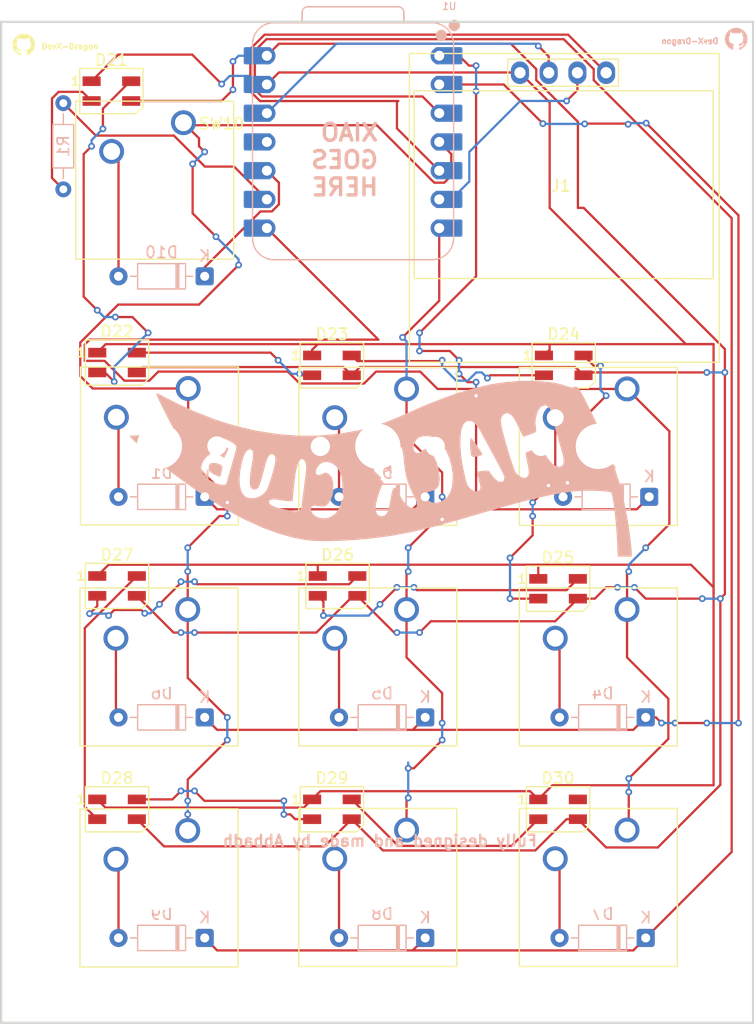
<source format=kicad_pcb>
(kicad_pcb (version 20241229) (generator "pcbnew") (generator_version "9.0")
  (layers (0 "F.Cu" signal) (2 "B.Cu" signal) (13 "F.Paste" user) (15 "B.Paste" user) (5 "F.SilkS" user "F.Silkscreen") (7 "B.SilkS" user "B.Silkscreen") (1 "F.Mask" user) (3 "B.Mask" user) (25 "Edge.Cuts" user))
  (net 0 "")
  (net 1 "GND")
  (net 2 "+5V")
  (net 3 "Net-(D1-A)")
  (net 4 "Net-(D1-K)")
  (net 5 "Net-(D2-A)")
  (net 6 "Net-(D3-A)")
  (net 7 "Net-(D4-A)")
  (net 8 "Net-(D4-K)")
  (net 9 "Net-(D5-A)")
  (net 10 "Net-(D6-A)")
  (net 11 "Net-(D7-A)")
  (net 12 "Net-(D7-K)")
  (net 13 "Net-(D8-A)")
  (net 14 "Net-(D9-A)")
  (net 15 "Net-(D10-A)")
  (net 16 "Net-(D10-K)")
  (net 17 "OLED_SDA")
  (net 18 "VCC")
  (net 19 "OLED_SCL")
  (net 20 "Net-(U1-GPIO2{slash}SCK)")
  (net 21 "Net-(U1-GPIO29{slash}ADC3{slash}A3)")
  (net 22 "Net-(U1-GPIO0{slash}TX)")
  (net 23 "Net-(U1-GPIO1{slash}RX)")
  (net 25 "LED DATA IN")
  (net 27 "Net-(D21-DOUT)")
  (net 28 "Net-(D22-DOUT)")
  (net 29 "Net-(D23-DOUT)")
  (net 30 "Net-(D24-DOUT)")
  (net 31 "Net-(D25-DOUT)")
  (net 32 "Net-(D26-DOUT)")
  (net 33 "Net-(D27-DOUT)")
  (net 34 "Net-(D28-DOUT)")
  (net 35 "Net-(D29-DOUT)")
  (footprint "LED_SMD:LED_SK6812MINI_PLCC4_3.5x3.5mm_P1.75mm" (layer "F.Cu") (at 94.75 87.125)
    (property "Reference" "D25")
    (property "Value" "SK6812MINI" (hide yes))
  )
  (footprint "Button_Switch_Keyboard:SW_Cherry_MX_1.00u_PCB" (layer "F.Cu") (at 81.35 69.46)
    (property "Reference" "SW2" (hide yes))
    (property "Value" "SW_Push")
  )
  (footprint "LED_SMD:LED_SK6812MINI_PLCC4_3.5x3.5mm_P1.75mm" (layer "F.Cu") (at 94.75 106.625)
    (property "Reference" "D30")
    (property "Value" "SK6812MINI")
  )
  (footprint "Button_Switch_Keyboard:SW_Cherry_MX_1.00u_PCB" (layer "F.Cu") (at 100.85 108.46)
    (property "Reference" "SW9" (hide yes))
    (property "Value" "SW_Push")
  )
  (footprint "Button_Switch_Keyboard:SW_Cherry_MX_1.00u_PCB" (layer "F.Cu") (at 62 108.5)
    (property "Reference" "SW7" (hide yes))
    (property "Value" "SW_Push")
  )
  (footprint "Button_Switch_Keyboard:SW_Cherry_MX_1.00u_PCB" (layer "F.Cu") (at 81.35 108.46)
    (property "Reference" "SW8" (hide yes))
    (property "Value" "SW_Push")
  )
  (footprint "Button_Switch_Keyboard:SW_Cherry_MX_1.00u_PCB" (layer "F.Cu") (at 62 88.96)
    (property "Reference" "SW4" (hide yes))
    (property "Value" "SW_Push")
  )
  (footprint "Hack Club flag:Github" (layer "F.Cu") (at 47.5 39)
    (property "Reference" "G***" (hide yes))
    (property "Value" "LOGO" (hide yes))
  )
  (footprint "LED_SMD:LED_SK6812MINI_PLCC4_3.5x3.5mm_P1.75mm" (layer "F.Cu") (at 55.75 86.875)
    (property "Reference" "D27")
    (property "Value" "SK6812MINI" (hide yes))
  )
  (footprint "LED_SMD:LED_SK6812MINI_PLCC4_3.5x3.5mm_P1.75mm" (layer "F.Cu") (at 74.75 106.625)
    (property "Reference" "D29")
    (property "Value" "SK6812MINI")
  )
  (footprint "LED_SMD:LED_SK6812MINI_PLCC4_3.5x3.5mm_P1.75mm" (layer "F.Cu") (at 74.75 67.375)
    (property "Reference" "D23")
    (property "Value" "SK6812MINI")
  )
  (footprint "LED_SMD:LED_SK6812MINI_PLCC4_3.5x3.5mm_P1.75mm" (layer "F.Cu") (at 55.75 67.125)
    (property "Reference" "D22")
    (property "Value" "SK6812MINI" (hide yes))
  )
  (footprint "LED_SMD:LED_SK6812MINI_PLCC4_3.5x3.5mm_P1.75mm" (layer "F.Cu") (at 55.25 43.125)
    (property "Reference" "D21")
    (property "Value" "SK6812MINI")
  )
  (footprint "LED_SMD:LED_SK6812MINI_PLCC4_3.5x3.5mm_P1.75mm" (layer "F.Cu") (at 75.25 86.875)
    (property "Reference" "D26")
    (property "Value" "SK6812MINI" (hide yes))
  )
  (footprint "Button_Switch_Keyboard:SW_Cherry_MX_1.00u_PCB" (layer "F.Cu") (at 100.85 69.46)
    (property "Reference" "SW3" (hide yes))
    (property "Value" "SW_Push")
  )
  (footprint "Button_Switch_Keyboard:SW_Cherry_MX_1.00u_PCB" (layer "F.Cu") (at 100.85 88.96)
    (property "Reference" "SW6" (hide yes))
    (property "Value" "SW_Push")
  )
  (footprint "0.91 OLED SSD1306:128x64OLED" (layer "F.Cu") (at 95 52.1)
    (property "Reference" "J1")
    (property "Value" "OLED")
  )
  (footprint "LED_SMD:LED_SK6812MINI_PLCC4_3.5x3.5mm_P1.75mm" (layer "F.Cu") (at 55.75 106.625)
    (property "Reference" "D28")
    (property "Value" "SK6812MINI")
  )
  (footprint "Button_Switch_Keyboard:SW_Cherry_MX_1.00u_PCB" (layer "F.Cu") (at 61.62 45.92)
    (property "Reference" "SW10")
    (property "Value" "SW_Push")
  )
  (footprint "Button_Switch_Keyboard:SW_Cherry_MX_1.00u_PCB" (layer "F.Cu") (at 81.35 88.96)
    (property "Reference" "SW5" (hide yes))
    (property "Value" "SW_Push" (hide yes))
  )
  (footprint "LED_SMD:LED_SK6812MINI_PLCC4_3.5x3.5mm_P1.75mm" (layer "F.Cu") (at 95.25 67.375)
    (property "Reference" "D24")
    (property "Value" "SK6812MINI")
  )
  (footprint "Button_Switch_Keyboard:SW_Cherry_MX_1.00u_PCB" (layer "F.Cu") (at 62.04 69.42)
    (property "Reference" "SW1" (hide yes))
    (property "Value" "SW_Push")
  )
  (footprint "Hack Club flag:Flag" (layer "B.Cu") (at 79 76.5 180)
    (property "Reference" "G***")
    (property "Value" "LOGO" (hide yes))
  )
  (footprint "Diode_THT:D_DO-35_SOD27_P7.62mm_Horizontal" (layer "B.Cu") (at 102.81 79 180)
    (property "Reference" "D3")
    (property "Value" "D")
  )
  (footprint "Diode_THT:D_DO-35_SOD27_P7.62mm_Horizontal" (layer "B.Cu") (at 102.5 118 180)
    (property "Reference" "D7")
    (property "Value" "D")
  )
  (footprint "XIAO SERIES:XIAO-RP2040-DIP" (layer "B.Cu") (at 76.62 47.62 180)
    (property "Reference" "U1")
    (property "Value" "XIAO-RP2040-DIP" (hide yes))
  )
  (footprint "Diode_THT:D_DO-35_SOD27_P7.62mm_Horizontal" (layer "B.Cu") (at 63.5 118 180)
    (property "Reference" "D9")
    (property "Value" "D")
  )
  (footprint "Diode_THT:D_DO-35_SOD27_P7.62mm_Horizontal" (layer "B.Cu") (at 83 98.5 180)
    (property "Reference" "D5")
    (property "Value" "D" (hide yes))
  )
  (footprint "Resistor_THT:R_Axial_DIN0204_L3.6mm_D1.6mm_P7.62mm_Horizontal" (layer "B.Cu") (at 51 44.19 -90)
    (property "Reference" "R1")
    (property "Value" "330")
  )
  (footprint "Diode_THT:D_DO-35_SOD27_P7.62mm_Horizontal" (layer "B.Cu") (at 63.5 59.5 180)
    (property "Reference" "D10")
    (property "Value" "D")
  )
  (footprint "Diode_THT:D_DO-35_SOD27_P7.62mm_Horizontal" (layer "B.Cu") (at 83 79 180)
    (property "Reference" "D2")
    (property "Value" "D")
  )
  (footprint "Diode_THT:D_DO-35_SOD27_P7.62mm_Horizontal" (layer "B.Cu") (at 102.5 98.5 180)
    (property "Reference" "D4")
    (property "Value" "D")
  )
  (footprint "Diode_THT:D_DO-35_SOD27_P7.62mm_Horizontal" (layer "B.Cu") (at 83 118 180)
    (property "Reference" "D8")
    (property "Value" "D")
  )
  (footprint "Diode_THT:D_DO-35_SOD27_P7.62mm_Horizontal" (layer "B.Cu") (at 63.5 98.5 180)
    (property "Reference" "D6")
    (property "Value" "D")
  )
  (footprint "Hack Club flag:Github" (layer "B.Cu") (at 110.5 38.5 180)
    (property "Reference" "G***" (hide yes))
    (property "Value" "LOGO" (hide yes))
  )
  (footprint "Diode_THT:D_DO-35_SOD27_P7.62mm_Horizontal" (layer "B.Cu") (at 63.5 79 180)
    (property "Reference" "D1")
    (property "Value" "D")
  )
  (gr_rect (start 45.5 37) (end 112 125.5) (stroke (width 0.2)) (fill no) (layer "Edge.Cuts"))
  (gr_text "DevX-Dragon" (at 49 39.464247 0) (layer "F.SilkS") (effects (font (size 0.5 0.5) (thickness 0.125) (bold yes)) (justify left bottom)))
  (gr_text "XIAO \nGOES\nHERE" (at 79 52.5 0) (layer "B.SilkS") (effects (font (size 1.5 1.5) (thickness 0.3) (bold yes)) (justify left bottom mirror)))
  (gr_text "DevX-Dragon" (at 109 39 -0) (layer "B.SilkS") (effects (font (size 0.5 0.5) (thickness 0.125) (bold yes)) (justify left bottom mirror)))
  (gr_text "Fully designed and made by Abbadh" (at 93 110 -0) (layer "B.SilkS") (effects (font (size 1 1) (thickness 0.2) (bold yes)) (justify left bottom mirror)))
  (segment (start 73 66.5) (end 73 66) (width 0.2) (layer "F.Cu") (net 1))
  (segment (start 108.5 87.5) (end 108.5 87) (width 0.2) (layer "F.Cu") (net 1))
  (segment (start 54.726 106.476) (end 54 105.75) (width 0.2) (layer "F.Cu") (net 1))
  (segment (start 70.063 41.477) (end 69 42.54) (width 0.2) (layer "F.Cu") (net 1))
  (segment (start 73 105.75) (end 73.726 105.024) (width 0.2) (layer "F.Cu") (net 1))
  (segment (start 73.5 85) (end 55 85) (width 0.2) (layer "F.Cu") (net 1))
  (segment (start 93 85) (end 73.5 85) (width 0.2) (layer "F.Cu") (net 1))
  (segment (start 108.5 87) (end 106.5 85) (width 0.2) (layer "F.Cu") (net 1))
  (segment (start 92.274 105.024) (end 93 105.75) (width 0.2) (layer "F.Cu") (net 1))
  (segment (start 94.005113 53.45) (end 94.005113 44.125113) (width 0.2) (layer "F.Cu") (net 1))
  (segment (start 108.5 65.5) (end 106.055113 65.5) (width 0.2) (layer "F.Cu") (net 1))
  (segment (start 106.055113 65.5) (end 94.005113 53.45) (width 0.2) (layer "F.Cu") (net 1))
  (segment (start 93.5 66.5) (end 94 66) (width 0.2) (layer "F.Cu") (net 1))
  (segment (start 55 85) (end 54 86) (width 0.2) (layer "F.Cu") (net 1))
  (segment (start 108.5 87.5) (end 108.5 65.5) (width 0.2) (layer "F.Cu") (net 1))
  (segment (start 108.5 65.5) (end 94 65.5) (width 0.2) (layer "F.Cu") (net 1))
  (segment (start 62.399 39.899) (end 65 42.5) (width 0.2) (layer "F.Cu") (net 1))
  (segment (start 94.005113 44.125113) (end 91.38 41.5) (width 0.2) (layer "F.Cu") (net 1))
  (segment (start 94 65.5) (end 73.5 65.5) (width 0.2) (layer "F.Cu") (net 1))
  (segment (start 73.5 86) (end 73.5 85) (width 0.2) (layer "F.Cu") (net 1))
  (segment (start 54.75 65.5) (end 54 66.25) (width 0.2) (layer "F.Cu") (net 1))
  (segment (start 106.5 85) (end 93 85) (width 0.2) (layer "F.Cu") (net 1))
  (segment (start 94.25 104.5) (end 108.5 104.5) (width 0.2) (layer "F.Cu") (net 1))
  (segment (start 93 105.75) (end 94.25 104.5) (width 0.2) (layer "F.Cu") (net 1))
  (segment (start 73.5 65.5) (end 54.75 65.5) (width 0.2) (layer "F.Cu") (net 1))
  (segment (start 53.5 42.25) (end 55.851 39.899) (width 0.2) (layer "F.Cu") (net 1))
  (segment (start 73 105.75) (end 72.274 106.476) (width 0.2) (layer "F.Cu") (net 1))
  (segment (start 73.726 105.024) (end 92.274 105.024) (width 0.2) (layer "F.Cu") (net 1))
  (segment (start 108.5 104.5) (end 108.5 87.5) (width 0.2) (layer "F.Cu") (net 1))
  (segment (start 72.274 106.476) (end 54.726 106.476) (width 0.2) (layer "F.Cu") (net 1))
  (segment (start 91.38 41.5) (end 91.357 41.477) (width 0.2) (layer "F.Cu") (net 1))
  (segment (start 94 66) (end 94 65.5) (width 0.2) (layer "F.Cu") (net 1))
  (segment (start 73 66) (end 73.5 65.5) (width 0.2) (layer "F.Cu") (net 1))
  (segment (start 91.357 41.477) (end 70.063 41.477) (width 0.2) (layer "F.Cu") (net 1))
  (segment (start 93 86.25) (end 93 85) (width 0.2) (layer "F.Cu") (net 1))
  (segment (start 55.851 39.899) (end 62.399 39.899) (width 0.2) (layer "F.Cu") (net 1))
  (via (at 65 42.5) (size 0.6) (drill 0.3) (layers "F.Cu" "B.Cu") (net 1))
  (segment (start 65.722 41.778) (end 67.403 41.778) (width 0.2) (layer "B.Cu") (net 1))
  (segment (start 67.403 41.778) (end 68.165 42.54) (width 0.2) (layer "B.Cu") (net 1))
  (segment (start 65 42.5) (end 65.722 41.778) (width 0.2) (layer "B.Cu") (net 1))
  (segment (start 76.5 107.5) (end 74.099 109.901) (width 0.2) (layer "F.Cu") (net 2))
  (segment (start 92.738 110.262) (end 79.262 110.262) (width 0.2) (layer "F.Cu") (net 2))
  (segment (start 79.262 110.262) (end 76.5 107.5) (width 0.2) (layer "F.Cu") (net 2))
  (segment (start 57 44) (end 65 44) (width 0.2) (layer "F.Cu") (net 2))
  (segment (start 80.25 91) (end 77 87.75) (width 0.2) (layer "F.Cu") (net 2))
  (segment (start 66 43) (end 66 40.5) (width 0.2) (layer "F.Cu") (net 2))
  (segment (start 92.819 42.156049) (end 92.819 41.181951) (width 0.2) (layer "F.Cu") (net 2))
  (segment (start 109.5 68) (end 109.5 65.9329) (width 0.2) (layer "F.Cu") (net 2))
  (segment (start 76.625 87.75) (end 73.375 91) (width 0.2) (layer "F.Cu") (net 2))
  (segment (start 75.774 67.524) (end 76.5 68.25) (width 0.2) (layer "F.Cu") (net 2))
  (segment (start 57.5 68) (end 57.976 67.524) (width 0.2) (layer "F.Cu") (net 2))
  (segment (start 99 110) (end 103.5671 110) (width 0.2) (layer "F.Cu") (net 2))
  (segment (start 98 88) (end 96.5 88) (width 0.2) (layer "F.Cu") (net 2))
  (segment (start 97 68.25) (end 97.25 68) (width 0.2) (layer "F.Cu") (net 2))
  (segment (start 70.063 38.937) (end 69 40) (width 0.2) (layer "F.Cu") (net 2))
  (segment (start 61.4 91) (end 60.75 91) (width 0.2) (layer "F.Cu") (net 2))
  (segment (start 96.274 67.524) (end 97 68.25) (width 0.2) (layer "F.Cu") (net 2))
  (segment (start 103.5671 110) (end 109.1 104.4671) (width 0.2) (layer "F.Cu") (net 2))
  (segment (start 97.0171 53.45) (end 96.505113 53.45) (width 0.2) (layer "F.Cu") (net 2))
  (segment (start 92.819 41.181951) (end 90.574049 38.937) (width 0.2) (layer "F.Cu") (net 2))
  (segment (start 102.5 88) (end 101.5 87) (width 0.2) (layer "F.Cu") (net 2))
  (segment (start 94.5 90) (end 83.5 90) (width 0.2) (layer "F.Cu") (net 2))
  (segment (start 96.5 107.5) (end 95.5 107.5) (width 0.2) (layer "F.Cu") (net 2))
  (segment (start 109.1 104.4671) (end 109.1 88) (width 0.2) (layer "F.Cu") (net 2))
  (segment (start 80.5 91) (end 80.25 91) (width 0.2) (layer "F.Cu") (net 2))
  (segment (start 65 44) (end 66 43) (width 0.2) (layer "F.Cu") (net 2))
  (segment (start 100 87) (end 99 87) (width 0.2) (layer "F.Cu") (net 2))
  (segment (start 77 87.75) (end 76.625 87.75) (width 0.2) (layer "F.Cu") (net 2))
  (segment (start 96.5 107.5) (end 99 110) (width 0.2) (layer "F.Cu") (net 2))
  (segment (start 99 87) (end 98 88) (width 0.2) (layer "F.Cu") (net 2))
  (segment (start 107.5 88) (end 102.5 88) (width 0.2) (layer "F.Cu") (net 2))
  (segment (start 96.5 88) (end 94.5 90) (width 0.2) (layer "F.Cu") (net 2))
  (segment (start 97.25 68) (end 107.9 68) (width 0.2) (layer "F.Cu") (net 2))
  (segment (start 109.5 68) (end 109.5 87.6) (width 0.2) (layer "F.Cu") (net 2))
  (segment (start 73.375 91) (end 62.6 91) (width 0.2) (layer "F.Cu") (net 2))
  (segment (start 74.099 109.901) (end 59.901 109.901) (width 0.2) (layer "F.Cu") (net 2))
  (segment (start 109.5 65.9329) (end 97.0171 53.45) (width 0.2) (layer "F.Cu") (net 2))
  (segment (start 96.505113 45.842162) (end 92.819 42.156049) (width 0.2) (layer "F.Cu") (net 2))
  (segment (start 59.901 109.901) (end 57.5 107.5) (width 0.2) (layer "F.Cu") (net 2))
  (segment (start 109.5 87.6) (end 109.1 88) (width 0.2) (layer "F.Cu") (net 2))
  (segment (start 77.226 67.524) (end 96.274 67.524) (width 0.2) (layer "F.Cu") (net 2))
  (segment (start 60.75 91) (end 57.5 87.75) (width 0.2) (layer "F.Cu") (net 2))
  (segment (start 90.574049 38.937) (end 70.063 38.937) (width 0.2) (layer "F.Cu") (net 2))
  (segment (start 76.5 68.25) (end 77.226 67.524) (width 0.2) (layer "F.Cu") (net 2))
  (segment (start 57.976 67.524) (end 75.774 67.524) (width 0.2) (layer "F.Cu") (net 2))
  (segment (start 95.5 107.5) (end 92.738 110.262) (width 0.2) (layer "F.Cu") (net 2))
  (segment (start 96.505113 53.45) (end 96.505113 45.842162) (width 0.2) (layer "F.Cu") (net 2))
  (segment (start 83.5 90) (end 82.5 91) (width 0.2) (layer "F.Cu") (net 2))
  (via (at 100 87) (size 0.6) (drill 0.3) (layers "F.Cu" "B.Cu") (net 2))
  (via (at 101.5 87) (size 0.6) (drill 0.3) (layers "F.Cu" "B.Cu") (net 2))
  (via (at 62.6 91) (size 0.6) (drill 0.3) (layers "F.Cu" "B.Cu") (net 2))
  (via (at 80.5 91) (size 0.6) (drill 0.3) (layers "F.Cu" "B.Cu") (net 2))
  (via (at 107.5 88) (size 0.6) (drill 0.3) (layers "F.Cu" "B.Cu") (net 2))
  (via (at 66 40.5) (size 0.6) (drill 0.3) (layers "F.Cu" "B.Cu") (net 2))
  (via (at 61.4 91) (size 0.6) (drill 0.3) (layers "F.Cu" "B.Cu") (net 2))
  (via (at 66 43) (size 0.6) (drill 0.3) (layers "F.Cu" "B.Cu") (net 2))
  (via (at 107.9 68) (size 0.6) (drill 0.3) (layers "F.Cu" "B.Cu") (net 2))
  (via (at 109.5 68) (size 0.6) (drill 0.3) (layers "F.Cu" "B.Cu") (net 2))
  (via (at 109.1 88) (size 0.6) (drill 0.3) (layers "F.Cu" "B.Cu") (net 2))
  (via (at 82.5 91) (size 0.6) (drill 0.3) (layers "F.Cu" "B.Cu") (net 2))
  (segment (start 82.5 91) (end 80.5 91) (width 0.2) (layer "B.Cu") (net 2))
  (segment (start 66.5 40) (end 68.165 40) (width 0.2) (layer "B.Cu") (net 2))
  (segment (start 101.5 87) (end 100 87) (width 0.2) (layer "B.Cu") (net 2))
  (segment (start 109.1 88) (end 107.5 88) (width 0.2) (layer "B.Cu") (net 2))
  (segment (start 107.9 68) (end 109.5 68) (width 0.2) (layer "B.Cu") (net 2))
  (segment (start 66 40.5) (end 66.5 40) (width 0.2) (layer "B.Cu") (net 2))
  (segment (start 62.6 91) (end 61.4 91) (width 0.2) (layer "B.Cu") (net 2))
  (segment (start 55.88 79) (end 55.88 72.15) (width 0.2) (layer "F.Cu") (net 3))
  (segment (start 55.88 72.15) (end 55.69 71.96) (width 0.2) (layer "F.Cu") (net 3))
  (segment (start 82.5 64.5) (end 87.5 59.5) (width 0.2) (layer "F.Cu") (net 4))
  (segment (start 86 40) (end 84.24 40) (width 0.2) (layer "F.Cu") (net 4))
  (segment (start 87.5 80.101) (end 101.709 80.101) (width 0.2) (layer "F.Cu") (net 4))
  (segment (start 83 79) (end 84.101 80.101) (width 0.2) (layer "F.Cu") (net 4))
  (segment (start 86.877 40.877) (end 86 40) (width 0.2) (layer "F.Cu") (net 4))
  (segment (start 86 66.924) (end 85.176 66.1) (width 0.2) (layer "F.Cu") (net 4))
  (segment (start 101.709 80.101) (end 102.81 79) (width 0.2) (layer "F.Cu") (net 4))
  (segment (start 85.176 66.1) (end 82.5 66.1) (width 0.2) (layer "F.Cu") (net 4))
  (segment (start 63.5 79) (end 64.601 80.101) (width 0.2) (layer "F.Cu") (net 4))
  (segment (start 84.101 80.101) (end 87.5 80.101) (width 0.2) (layer "F.Cu") (net 4))
  (segment (start 87.5 80.101) (end 87.5 70.06) (width 0.2) (layer "F.Cu") (net 4))
  (segment (start 64.601 80.101) (end 81.899 80.101) (width 0.2) (layer "F.Cu") (net 4))
  (segment (start 87.5 68.86) (end 86.736 68.86) (width 0.2) (layer "F.Cu") (net 4))
  (segment (start 87.5 40.877) (end 86.877 40.877) (width 0.2) (layer "F.Cu") (net 4))
  (segment (start 87.5 59.5) (end 87.5 43.14) (width 0.2) (layer "F.Cu") (net 4))
  (segment (start 81.899 80.101) (end 83 79) (width 0.2) (layer "F.Cu") (net 4))
  (segment (start 86.736 68.86) (end 86 68.124) (width 0.2) (layer "F.Cu") (net 4))
  (via (at 87.5 40.877) (size 0.6) (drill 0.3) (layers "F.Cu" "B.Cu") (net 4))
  (via (at 86 66.924) (size 0.6) (drill 0.3) (layers "F.Cu" "B.Cu") (net 4))
  (via (at 82.5 66.1) (size 0.6) (drill 0.3) (layers "F.Cu" "B.Cu") (net 4))
  (via (at 87.5 70.06) (size 0.6) (drill 0.3) (layers "F.Cu" "B.Cu") (net 4))
  (via (at 82.5 64.5) (size 0.6) (drill 0.3) (layers "F.Cu" "B.Cu") (net 4))
  (via (at 87.5 68.86) (size 0.6) (drill 0.3) (layers "F.Cu" "B.Cu") (net 4))
  (via (at 86 68.124) (size 0.6) (drill 0.3) (layers "F.Cu" "B.Cu") (net 4))
  (via (at 87.5 43.14) (size 0.6) (drill 0.3) (layers "F.Cu" "B.Cu") (net 4))
  (segment (start 87.5 43.14) (end 87.5 42) (width 0.2) (layer "B.Cu") (net 4))
  (segment (start 87.5 42) (end 87.5 40.877) (width 0.2) (layer "B.Cu") (net 4))
  (segment (start 86 68.124) (end 86 66.924) (width 0.2) (layer "B.Cu") (net 4))
  (segment (start 82.5 66.1) (end 82.5 64.5) (width 0.2) (layer "B.Cu") (net 4))
  (segment (start 87.5 70.06) (end 87.5 68.86) (width 0.2) (layer "B.Cu") (net 4))
  (segment (start 75.38 79) (end 75.38 72.38) (width 0.2) (layer "F.Cu") (net 5))
  (segment (start 75.38 72.38) (end 75 72) (width 0.2) (layer "F.Cu") (net 5))
  (segment (start 94.5 78.31) (end 94.5 72) (width 0.2) (layer "F.Cu") (net 6))
  (segment (start 95.19 79) (end 94.5 78.31) (width 0.2) (layer "F.Cu") (net 6))
  (segment (start 94.88 98.5) (end 94.88 91.88) (width 0.2) (layer "F.Cu") (net 7))
  (segment (start 94.88 91.88) (end 94.5 91.5) (width 0.2) (layer "F.Cu") (net 7))
  (segment (start 81.899 99.601) (end 101.399 99.601) (width 0.2) (layer "F.Cu") (net 8))
  (segment (start 103.4 98.5) (end 103.9 99) (width 0.2) (layer "F.Cu") (net 8))
  (segment (start 89.945113 42.54) (end 84.24 42.54) (width 0.2) (layer "F.Cu") (net 8))
  (segment (start 81.899 99.601) (end 83 98.5) (width 0.2) (layer "F.Cu") (net 8))
  (segment (start 105.1 99) (end 107.9 99) (width 0.2) (layer "F.Cu") (net 8))
  (segment (start 100.894422 46) (end 97.12959 46) (width 0.2) (layer "F.Cu") (net 8))
  (segment (start 100.947211 46.052789) (end 100.894422 46) (width 0.2) (layer "F.Cu") (net 8))
  (segment (start 97.12959 46) (end 97.105113 46.024477) (width 0.2) (layer "F.Cu") (net 8))
  (segment (start 63.5 98.5) (end 64.601 99.601) (width 0.2) (layer "F.Cu") (net 8))
  (segment (start 101.399 99.601) (end 102.5 98.5) (width 0.2) (layer "F.Cu") (net 8))
  (segment (start 93.405113 46) (end 89.945113 42.54) (width 0.2) (layer "F.Cu") (net 8))
  (segment (start 102.5 98.5) (end 103.4 98.5) (width 0.2) (layer "F.Cu") (net 8))
  (segment (start 110.701 54.10952) (end 102.54574 45.95426) (width 0.2) (layer "F.Cu") (net 8))
  (segment (start 110.701 99) (end 110.701 54.10952) (width 0.2) (layer "F.Cu") (net 8))
  (segment (start 64.601 99.601) (end 81.899 99.601) (width 0.2) (layer "F.Cu") (net 8))
  (via (at 102.54574 45.95426) (size 0.6) (drill 0.3) (layers "F.Cu" "B.Cu") (net 8))
  (via (at 105.1 99) (size 0.6) (drill 0.3) (layers "F.Cu" "B.Cu") (net 8))
  (via (at 110.701 99) (size 0.6) (drill 0.3) (layers "F.Cu" "B.Cu") (net 8))
  (via (at 103.9 99) (size 0.6) (drill 0.3) (layers "F.Cu" "B.Cu") (net 8))
  (via (at 97.105113 46.024477) (size 0.6) (drill 0.3) (layers "F.Cu" "B.Cu") (net 8))
  (via (at 107.9 99) (size 0.6) (drill 0.3) (layers "F.Cu" "B.Cu") (net 8))
  (via (at 93.405113 46) (size 0.6) (drill 0.3) (layers "F.Cu" "B.Cu") (net 8))
  (via (at 100.947211 46.052789) (size 0.6) (drill 0.3) (layers "F.Cu" "B.Cu") (net 8))
  (segment (start 97.105113 46.024477) (end 93.42959 46.024477) (width 0.2) (layer "B.Cu") (net 8))
  (segment (start 103.9 99) (end 105.1 99) (width 0.2) (layer "B.Cu") (net 8))
  (segment (start 102.54574 45.95426) (end 101.04574 45.95426) (width 0.2) (layer "B.Cu") (net 8))
  (segment (start 101.04574 45.95426) (end 100.947211 46.052789) (width 0.2) (layer "B.Cu") (net 8))
  (segment (start 107.9 99) (end 110.701 99) (width 0.2) (layer "B.Cu") (net 8))
  (segment (start 93.42959 46.024477) (end 93.405113 46) (width 0.2) (layer "B.Cu") (net 8))
  (segment (start 75.38 98.5) (end 75.38 91.88) (width 0.2) (layer "F.Cu") (net 9))
  (segment (start 75.38 91.88) (end 75 91.5) (width 0.2) (layer "F.Cu") (net 9))
  (segment (start 55.65 98.27) (end 55.65 91.5) (width 0.2) (layer "F.Cu") (net 10))
  (segment (start 55.88 98.5) (end 55.65 98.27) (width 0.2) (layer "F.Cu") (net 10))
  (segment (start 94.88 111.38) (end 94.5 111) (width 0.2) (layer "F.Cu") (net 11))
  (segment (start 94.88 118) (end 94.88 111.38) (width 0.2) (layer "F.Cu") (net 11))
  (segment (start 68.55969 43.603) (end 82.763 43.603) (width 0.2) (layer "F.Cu") (net 12))
  (segment (start 101.399 119.101) (end 102.5 118) (width 0.2) (layer "F.Cu") (net 12))
  (segment (start 82.763 43.603) (end 84.24 45.08) (width 0.2) (layer "F.Cu") (net 12))
  (segment (start 102.5 118) (end 110.101 110.399) (width 0.2) (layer "F.Cu") (net 12))
  (segment (start 67.937 39.55969) (end 67.937 42.98031) (width 0.2) (layer "F.Cu") (net 12))
  (segment (start 81.899 119.101) (end 101.399 119.101) (width 0.2) (layer "F.Cu") (net 12))
  (segment (start 97.899 41.181951) (end 95.253049 38.536) (width 0.2) (layer "F.Cu") (net 12))
  (segment (start 68.96069 38.536) (end 67.937 39.55969) (width 0.2) (layer "F.Cu") (net 12))
  (segment (start 95.253049 38.536) (end 68.96069 38.536) (width 0.2) (layer "F.Cu") (net 12))
  (segment (start 67.937 42.98031) (end 68.55969 43.603) (width 0.2) (layer "F.Cu") (net 12))
  (segment (start 64.601 119.101) (end 81.899 119.101) (width 0.2) (layer "F.Cu") (net 12))
  (segment (start 63.5 118) (end 64.601 119.101) (width 0.2) (layer "F.Cu") (net 12))
  (segment (start 110.101 110.399) (end 110.101 54.358049) (width 0.2) (layer "F.Cu") (net 12))
  (segment (start 81.899 119.101) (end 83 118) (width 0.2) (layer "F.Cu") (net 12))
  (segment (start 97.899 42.156049) (end 97.899 41.181951) (width 0.2) (layer "F.Cu") (net 12))
  (segment (start 110.101 54.358049) (end 97.899 42.156049) (width 0.2) (layer "F.Cu") (net 12))
  (segment (start 75.38 111.38) (end 75 111) (width 0.2) (layer "F.Cu") (net 13))
  (segment (start 75.38 118) (end 75.38 111.38) (width 0.2) (layer "F.Cu") (net 13))
  (segment (start 55.88 111.27) (end 55.65 111.04) (width 0.2) (layer "F.Cu") (net 14))
  (segment (start 55.88 118) (end 55.88 111.27) (width 0.2) (layer "F.Cu") (net 14))
  (segment (start 55.88 49.07) (end 55.27 48.46) (width 0.2) (layer "F.Cu") (net 15))
  (segment (start 55.88 59.5) (end 55.88 49.07) (width 0.2) (layer "F.Cu") (net 15))
  (segment (start 70.063 53.14031) (end 70.063 51.223) (width 0.2) (layer "F.Cu") (net 16))
  (segment (start 69.44031 53.763) (end 70.063 53.14031) (width 0.2) (layer "F.Cu") (net 16))
  (segment (start 63.5 58.7) (end 68.437 53.763) (width 0.2) (layer "F.Cu") (net 16))
  (segment (start 68.437 53.763) (end 69.44031 53.763) (width 0.2) (layer "F.Cu") (net 16))
  (segment (start 63.5 59.5) (end 63.5 58.7) (width 0.2) (layer "F.Cu") (net 16))
  (segment (start 70.063 51.223) (end 69 50.16) (width 0.2) (layer "F.Cu") (net 16))
  (segment (start 67.536 43.14641) (end 68.39359 44.004) (width 0.2) (layer "F.Cu") (net 17))
  (segment (start 99 41.5) (end 95.635 38.135) (width 0.2) (layer "F.Cu") (net 17))
  (segment (start 67.536 39.39359) (end 67.536 43.14641) (width 0.2) (layer "F.Cu") (net 17))
  (segment (start 80.5 44.004) (end 80.5 46.42) (width 0.2) (layer "F.Cu") (net 17))
  (segment (start 68.39359 44.004) (end 80.5 44.004) (width 0.2) (layer "F.Cu") (net 17))
  (segment (start 80.5 46.42) (end 84.24 50.16) (width 0.2) (layer "F.Cu") (net 17))
  (segment (start 80.5 44.004) (end 80.624 44.004) (width 0.2) (layer "F.Cu") (net 17))
  (segment (start 68.79459 38.135) (end 67.536 39.39359) (width 0.2) (layer "F.Cu") (net 17))
  (segment (start 95.635 38.135) (end 68.79459 38.135) (width 0.2) (layer "F.Cu") (net 17))
  (segment (start 93.92 41.5) (end 93.92 40.056) (width 0.2) (layer "F.Cu") (net 18))
  (segment (start 93.92 40.056) (end 93 39.136) (width 0.2) (layer "F.Cu") (net 18))
  (via (at 93 39.136) (size 0.6) (drill 0.3) (layers "F.Cu" "B.Cu") (net 18))
  (segment (start 75.143 38.937) (end 69 45.08) (width 0.2) (layer "B.Cu") (net 18))
  (segment (start 92.801 38.937) (end 75.143 38.937) (width 0.2) (layer "B.Cu") (net 18))
  (segment (start 93 39.136) (end 92.801 38.937) (width 0.2) (layer "B.Cu") (net 18))
  (segment (start 96.46 43.04) (end 96.46 41.5) (width 0.2) (layer "F.Cu") (net 19))
  (segment (start 95.50574 43.99426) (end 96.46 43.04) (width 0.2) (layer "F.Cu") (net 19))
  (via (at 95.50574 43.99426) (size 0.6) (drill 0.3) (layers "F.Cu" "B.Cu") (net 19))
  (segment (start 91.40574 43.99426) (end 95.50574 43.99426) (width 0.2) (layer "B.Cu") (net 19))
  (segment (start 86.9 48.5) (end 86.9 51.11763) (width 0.2) (layer "B.Cu") (net 19))
  (segment (start 86.9 51.11763) (end 85.31763 52.7) (width 0.2) (layer "B.Cu") (net 19))
  (segment (start 85.31763 52.7) (end 84.24 52.7) (width 0.2) (layer "B.Cu") (net 19))
  (segment (start 86.9 48.5) (end 91.40574 43.99426) (width 0.2) (layer "B.Cu") (net 19))
  (segment (start 60.777686 47.059) (end 63.517686 49.799) (width 0.2) (layer "F.Cu") (net 20))
  (segment (start 66.099 49.799) (end 69 52.7) (width 0.2) (layer "F.Cu") (net 20))
  (segment (start 63.517686 49.799) (end 66.099 49.799) (width 0.2) (layer "F.Cu") (net 20))
  (segment (start 53.869 47.059) (end 60.777686 47.059) (width 0.2) (layer "F.Cu") (net 20))
  (segment (start 51 44.19) (end 53.869 47.059) (width 0.2) (layer "F.Cu") (net 20))
  (segment (start 62.04 69.42) (end 53.593 69.42) (width 0.2) (layer "F.Cu") (net 21))
  (segment (start 61.62 45.92) (end 61.843 46.143) (width 0.2) (layer "F.Cu") (net 21))
  (segment (start 63 62) (end 66.5 58.5) (width 0.2) (layer "F.Cu") (net 21))
  (segment (start 65.5 79) (end 62.04 75.54) (width 0.2) (layer "F.Cu") (net 21))
  (segment (start 63.5 48.5) (end 63 48) (width 0.2) (layer "F.Cu") (net 21))
  (segment (start 64.5 56) (end 62.435078 53.935078) (width 0.2) (layer "F.Cu") (net 21))
  (segment (start 53.593 69.42) (end 52.498 68.325) (width 0.2) (layer "F.Cu") (net 21))
  (segment (start 65.5 98.5) (end 62 95) (width 0.2) (layer "F.Cu") (net 21))
  (segment (start 62 88.96) (end 62 85.6) (width 0.2) (layer "F.Cu") (net 21))
  (segment (start 55.8559 62) (end 63 62) (width 0.2) (layer "F.Cu") (net 21))
  (segment (start 83.79969 51.223) (end 84.68031 51.223) (width 0.2) (layer "F.Cu") (net 21))
  (segment (start 62 108.5) (end 62 107.076) (width 0.2) (layer "F.Cu") (net 21))
  (segment (start 62.04 75.54) (end 62.04 69.42) (width 0.2) (layer "F.Cu") (net 21))
  (segment (start 63 48) (end 63 47.3) (width 0.2) (layer "F.Cu") (net 21))
  (segment (start 65.5 79.5) (end 65.5 79) (width 0.2) (layer "F.Cu") (net 21))
  (segment (start 63 47.3) (end 61.62 45.92) (width 0.2) (layer "F.Cu") (net 21))
  (segment (start 62 83.5) (end 64.799 80.701) (width 0.2) (layer "F.Cu") (net 21))
  (segment (start 52.498 65.3579) (end 55.8559 62) (width 0.2) (layer "F.Cu") (net 21))
  (segment (start 85.303 48.683) (end 84.24 47.62) (width 0.2) (layer "F.Cu") (net 21))
  (segment (start 62 104) (end 65.5 100.5) (width 0.2) (layer "F.Cu") (net 21))
  (segment (start 64.799 80.701) (end 65.5 80.701) (width 0.2) (layer "F.Cu") (net 21))
  (segment (start 85.303 50.60031) (end 85.303 48.683) (width 0.2) (layer "F.Cu") (net 21))
  (segment (start 62 95) (end 62 88.96) (width 0.2) (layer "F.Cu") (net 21))
  (segment (start 62.435078 53.935078) (end 62.435078 49.564922) (width 0.2) (layer "F.Cu") (net 21))
  (segment (start 78.71969 46.143) (end 83.79969 51.223) (width 0.2) (layer "F.Cu") (net 21))
  (segment (start 52.498 68.325) (end 52.498 65.3579) (width 0.2) (layer "F.Cu") (net 21))
  (segment (start 61.843 46.143) (end 78.71969 46.143) (width 0.2) (layer "F.Cu") (net 21))
  (segment (start 62 105.876) (end 62 104) (width 0.2) (layer "F.Cu") (net 21))
  (segment (start 84.68031 51.223) (end 85.303 50.60031) (width 0.2) (layer "F.Cu") (net 21))
  (via (at 62 105.876) (size 0.6) (drill 0.3) (layers "F.Cu" "B.Cu") (net 21))
  (via (at 62 83.5) (size 0.6) (drill 0.3) (layers "F.Cu" "B.Cu") (net 21))
  (via (at 66.5 58.5) (size 0.6) (drill 0.3) (layers "F.Cu" "B.Cu") (net 21))
  (via (at 63.5 48.5) (size 0.6) (drill 0.3) (layers "F.Cu" "B.Cu") (net 21))
  (via (at 64.5 56) (size 0.6) (drill 0.3) (layers "F.Cu" "B.Cu") (net 21))
  (via (at 65.5 79.5) (size 0.6) (drill 0.3) (layers "F.Cu" "B.Cu") (net 21))
  (via (at 65.5 98.5) (size 0.6) (drill 0.3) (layers "F.Cu" "B.Cu") (net 21))
  (via (at 62.435078 49.564922) (size 0.6) (drill 0.3) (layers "F.Cu" "B.Cu") (net 21))
  (via (at 65.5 80.701) (size 0.6) (drill 0.3) (layers "F.Cu" "B.Cu") (net 21))
  (via (at 65.5 100.5) (size 0.6) (drill 0.3) (layers "F.Cu" "B.Cu") (net 21))
  (via (at 62 107.076) (size 0.6) (drill 0.3) (layers "F.Cu" "B.Cu") (net 21))
  (via (at 62 85.6) (size 0.6) (drill 0.3) (layers "F.Cu" "B.Cu") (net 21))
  (segment (start 62 107.076) (end 62 105.876) (width 0.2) (layer "B.Cu") (net 21))
  (segment (start 65.5 80.701) (end 65.5 79.5) (width 0.2) (layer "B.Cu") (net 21))
  (segment (start 62 85.6) (end 62 83.5) (width 0.2) (layer "B.Cu") (net 21))
  (segment (start 66.5 58) (end 64.5 56) (width 0.2) (layer "B.Cu") (net 21))
  (segment (start 62.435078 49.564922) (end 63.5 48.5) (width 0.2) (layer "B.Cu") (net 21))
  (segment (start 65.5 100.5) (end 65.5 98.5) (width 0.2) (layer "B.Cu") (net 21))
  (segment (start 66.5 58.5) (end 66.5 58) (width 0.2) (layer "B.Cu") (net 21))
  (segment (start 84.5 79) (end 84.5 76.84847) (width 0.2) (layer "F.Cu") (net 22))
  (segment (start 81.35 73.69847) (end 81.35 69.46) (width 0.2) (layer "F.Cu") (net 22))
  (segment (start 81.5 103) (end 82 103) (width 0.2) (layer "F.Cu") (net 22))
  (segment (start 84.24 55.24) (end 84.24 61.66) (width 0.2) (layer "F.Cu") (net 22))
  (segment (start 81.35 108.46) (end 81.35 105.774) (width 0.2) (layer "F.Cu") (net 22))
  (segment (start 81.5 83.5) (end 84 81) (width 0.2) (layer "F.Cu") (net 22))
  (segment (start 84.5 99) (end 84.5 96.34847) (width 0.2) (layer "F.Cu") (net 22))
  (segment (start 84 81) (end 84.5 81) (width 0.2) (layer "F.Cu") (net 22))
  (segment (start 82 103) (end 84.5 100.5) (width 0.2) (layer "F.Cu") (net 22))
  (segment (start 84.5 96.34847) (end 81.35 93.19847) (width 0.2) (layer "F.Cu") (net 22))
  (segment (start 81.35 88.96) (end 81.35 85.75) (width 0.2) (layer "F.Cu") (net 22))
  (segment (start 81.35 93.19847) (end 81.35 88.96) (width 0.2) (layer "F.Cu") (net 22))
  (segment (start 81.35 105.774) (end 81.5 105.624) (width 0.2) (layer "F.Cu") (net 22))
  (segment (start 84.5 76.84847) (end 81.35 73.69847) (width 0.2) (layer "F.Cu") (net 22))
  (segment (start 84.24 61.66) (end 81 64.9) (width 0.2) (layer "F.Cu") (net 22))
  (segment (start 81.35 85.75) (end 81.5 85.6) (width 0.2) (layer "F.Cu") (net 22))
  (via (at 81.5 85.6) (size 0.6) (drill 0.3) (layers "F.Cu" "B.Cu") (net 22))
  (via (at 84.5 79) (size 0.6) (drill 0.3) (layers "F.Cu" "B.Cu") (net 22))
  (via (at 81.5 83.5) (size 0.6) (drill 0.3) (layers "F.Cu" "B.Cu") (net 22))
  (via (at 84.5 81) (size 0.6) (drill 0.3) (layers "F.Cu" "B.Cu") (net 22))
  (via (at 81.5 103) (size 0.6) (drill 0.3) (layers "F.Cu" "B.Cu") (net 22))
  (via (at 81.5 105.624) (size 0.6) (drill 0.3) (layers "F.Cu" "B.Cu") (net 22))
  (via (at 84.5 100.5) (size 0.6) (drill 0.3) (layers "F.Cu" "B.Cu") (net 22))
  (via (at 81 64.9) (size 0.6) (drill 0.3) (layers "F.Cu" "B.Cu") (net 22))
  (via (at 84.5 99) (size 0.6) (drill 0.3) (layers "F.Cu" "B.Cu") (net 22))
  (segment (start 81 64.9) (end 81.35 65.25) (width 0.2) (layer "B.Cu") (net 22))
  (segment (start 81.5 105.624) (end 81.5 102.5) (width 0.2) (layer "B.Cu") (net 22))
  (segment (start 81.5 85.6) (end 81.5 83.5) (width 0.2) (layer "B.Cu") (net 22))
  (segment (start 84.5 81) (end 84.5 79) (width 0.2) (layer "B.Cu") (net 22))
  (segment (start 81.35 65.25) (end 81.35 69.46) (width 0.2) (layer "B.Cu") (net 22))
  (segment (start 84.5 100.5) (end 84.5 99) (width 0.2) (layer "B.Cu") (net 22))
  (segment (start 81.5 102.5) (end 81.5 103) (width 0.2) (layer "B.Cu") (net 22))
  (segment (start 70.848 67.925) (end 71.899 68.976) (width 0.2) (layer "F.Cu") (net 23))
  (segment (start 58.601 68.726) (end 59.402 67.925) (width 0.2) (layer "F.Cu") (net 23))
  (segment (start 54.649 66.976) (end 56.399 68.726) (width 0.2) (layer "F.Cu") (net 23))
  (segment (start 101 103.9) (end 104.5 100.4) (width 0.2) (layer "F.Cu") (net 23))
  (segment (start 101 108.31) (end 101 105.1) (width 0.2) (layer "F.Cu") (net 23))
  (segment (start 100.85 93.19847) (end 100.85 88.96) (width 0.2) (layer "F.Cu") (net 23))
  (segment (start 78.652 67.925) (end 82.55795 67.925) (width 0.2) (layer "F.Cu") (net 23))
  (segment (start 104.591 81.409) (end 104.591 73.201) (width 0.2) (layer "F.Cu") (net 23))
  (segment (start 56.399 68.726) (end 58.601 68.726) (width 0.2) (layer "F.Cu") (net 23))
  (segment (start 100.85 85.75) (end 101 85.6) (width 0.2) (layer "F.Cu") (net 23))
  (segment (start 77.601 68.976) (end 78.652 67.925) (width 0.2) (layer "F.Cu") (net 23))
  (segment (start 102.5 83.5) (end 104.591 81.409) (width 0.2) (layer "F.Cu") (net 23))
  (segment (start 82.55795 67.925) (end 84.09295 69.46) (width 0.2) (layer "F.Cu") (net 23))
  (segment (start 52.899 66.976) (end 54.649 66.976) (width 0.2) (layer "F.Cu") (net 23))
  (segment (start 104.5 100.4) (end 104.5 96.84847) (width 0.2) (layer "F.Cu") (net 23))
  (segment (start 53.324 65.099) (end 52.899 65.524) (width 0.2) (layer "F.Cu") (net 23))
  (segment (start 100.85 88.96) (end 100.85 85.75) (width 0.2) (layer "F.Cu") (net 23))
  (segment (start 104.591 73.201) (end 100.85 69.46) (width 0.2) (layer "F.Cu") (net 23))
  (segment (start 100.85 108.46) (end 101 108.31) (width 0.2) (layer "F.Cu") (net 23))
  (segment (start 52.899 65.524) (end 52.899 66.976) (width 0.2) (layer "F.Cu") (net 23))
  (segment (start 69 55.24) (end 78.859 65.099) (width 0.2) (layer "F.Cu") (net 23))
  (segment (start 84.09295 69.46) (end 100.85 69.46) (width 0.2) (layer "F.Cu") (net 23))
  (segment (start 71.899 68.976) (end 77.601 68.976) (width 0.2) (layer "F.Cu") (net 23))
  (segment (start 78.859 65.099) (end 53.324 65.099) (width 0.2) (layer "F.Cu") (net 23))
  (segment (start 59.402 67.925) (end 70.848 67.925) (width 0.2) (layer "F.Cu") (net 23))
  (segment (start 104.5 96.84847) (end 100.85 93.19847) (width 0.2) (layer "F.Cu") (net 23))
  (via (at 101 105.1) (size 0.6) (drill 0.3) (layers "F.Cu" "B.Cu") (net 23))
  (via (at 102.5 83.5) (size 0.6) (drill 0.3) (layers "F.Cu" "B.Cu") (net 23))
  (via (at 101 103.9) (size 0.6) (drill 0.3) (layers "F.Cu" "B.Cu") (net 23))
  (via (at 101 85.6) (size 0.6) (drill 0.3) (layers "F.Cu" "B.Cu") (net 23))
  (segment (start 101 85) (end 102.5 83.5) (width 0.2) (layer "B.Cu") (net 23))
  (segment (start 101 105.1) (end 101 103.9) (width 0.2) (layer "B.Cu") (net 23))
  (segment (start 101 85.6) (end 101 85) (width 0.2) (layer "B.Cu") (net 23))
  (segment (start 49.999 43.775372) (end 50.585372 43.189) (width 0.2) (layer "F.Cu") (net 25))
  (segment (start 51 51.81) (end 49.999 50.809) (width 0.2) (layer "F.Cu") (net 25))
  (segment (start 52.689 43.189) (end 53.5 44) (width 0.2) (layer "F.Cu") (net 25))
  (segment (start 49.999 50.809) (end 49.999 43.775372) (width 0.2) (layer "F.Cu") (net 25))
  (segment (start 50.585372 43.189) (end 52.689 43.189) (width 0.2) (layer "F.Cu") (net 25))
  (segment (start 52.799 61.299) (end 52.799 48.701) (width 0.2) (layer "F.Cu") (net 27))
  (segment (start 58.5 64.499) (end 57.103215 63.102215) (width 0.2) (layer "F.Cu") (net 27))
  (segment (start 54.68 68) (end 55.5 68.82) (width 0.2) (layer "F.Cu") (net 27))
  (segment (start 54 62.5) (end 52.799 61.299) (width 0.2) (layer "F.Cu") (net 27))
  (segment (start 52.799 48.701) (end 53.5 48) (width 0.2) (layer "F.Cu") (net 27))
  (segment (start 54 68) (end 54.68 68) (width 0.2) (layer "F.Cu") (net 27))
  (segment (start 54.5 46.459) (end 54.5 44.673) (width 0.2) (layer "F.Cu") (net 27))
  (segment (start 54.5 44.673) (end 56.923 42.25) (width 0.2) (layer "F.Cu") (net 27))
  (segment (start 56.923 42.25) (end 57 42.25) (width 0.2) (layer "F.Cu") (net 27))
  (segment (start 57.103215 63.102215) (end 55.602215 63.102215) (width 0.2) (layer "F.Cu") (net 27))
  (via (at 58.5 64.499) (size 0.6) (drill 0.3) (layers "F.Cu" "B.Cu") (net 27))
  (via (at 53.5 48) (size 0.6) (drill 0.3) (layers "F.Cu" "B.Cu") (net 27))
  (via (at 55.602215 63.102215) (size 0.6) (drill 0.3) (layers "F.Cu" "B.Cu") (net 27))
  (via (at 54.5 46.459) (size 0.6) (drill 0.3) (layers "F.Cu" "B.Cu") (net 27))
  (via (at 55.5 68.82) (size 0.6) (drill 0.3) (layers "F.Cu" "B.Cu") (net 27))
  (via (at 54 62.5) (size 0.6) (drill 0.3) (layers "F.Cu" "B.Cu") (net 27))
  (segment (start 55.5 68.82) (end 55.5 67.499) (width 0.2) (layer "B.Cu") (net 27))
  (segment (start 53.5 47.459) (end 54.5 46.459) (width 0.2) (layer "B.Cu") (net 27))
  (segment (start 55.5 67.499) (end 58.5 64.499) (width 0.2) (layer "B.Cu") (net 27))
  (segment (start 54.602215 63.102215) (end 54 62.5) (width 0.2) (layer "B.Cu") (net 27))
  (segment (start 53.5 48) (end 53.5 47.459) (width 0.2) (layer "B.Cu") (net 27))
  (segment (start 55.602215 63.102215) (end 54.602215 63.102215) (width 0.2) (layer "B.Cu") (net 27))
  (segment (start 72.021528 68.25) (end 71.895528 68.124) (width 0.2) (layer "F.Cu") (net 28))
  (segment (start 69.326 66.25) (end 70 66.924) (width 0.2) (layer "F.Cu") (net 28))
  (segment (start 57.5 66.25) (end 69.326 66.25) (width 0.2) (layer "F.Cu") (net 28))
  (segment (start 73 68.25) (end 72.021528 68.25) (width 0.2) (layer "F.Cu") (net 28))
  (via (at 71.895528 68.124) (size 0.6) (drill 0.3) (layers "F.Cu" "B.Cu") (net 28))
  (via (at 70 66.924) (size 0.6) (drill 0.3) (layers "F.Cu" "B.Cu") (net 28))
  (segment (start 71.2 68.124) (end 70 66.924) (width 0.2) (layer "B.Cu") (net 28))
  (segment (start 71.895528 68.124) (end 71.2 68.124) (width 0.2) (layer "B.Cu") (net 28))
  (segment (start 76.5 66.5) (end 77 67) (width 0.2) (layer "F.Cu") (net 29))
  (segment (start 88.75 68.25) (end 93.5 68.25) (width 0.2) (layer "F.Cu") (net 29))
  (segment (start 88.5 68.5) (end 88.75 68.25) (width 0.2) (layer "F.Cu") (net 29))
  (segment (start 84.424 67) (end 84.5 66.924) (width 0.2) (layer "F.Cu") (net 29))
  (segment (start 77 67) (end 84.424 67) (width 0.2) (layer "F.Cu") (net 29))
  (via (at 84.5 66.924) (size 0.6) (drill 0.3) (layers "F.Cu" "B.Cu") (net 29))
  (via (at 88.5 68.5) (size 0.6) (drill 0.3) (layers "F.Cu" "B.Cu") (net 29))
  (segment (start 87.510057 68) (end 88 68) (width 0.2) (layer "B.Cu") (net 29))
  (segment (start 84.5 67.473943) (end 85.751057 68.725) (width 0.2) (layer "B.Cu") (net 29))
  (segment (start 84.5 66.924) (end 84.5 67.473943) (width 0.2) (layer "B.Cu") (net 29))
  (segment (start 85.751057 68.725) (end 86.785057 68.725) (width 0.2) (layer "B.Cu") (net 29))
  (segment (start 86.785057 68.725) (end 87.510057 68) (width 0.2) (layer "B.Cu") (net 29))
  (segment (start 88 68) (end 88.5 68.5) (width 0.2) (layer "B.Cu") (net 29))
  (segment (start 90.5 84.4) (end 92.5 82.4) (width 0.2) (layer "F.Cu") (net 30))
  (segment (start 92.5 82.4) (end 92.5 80.701) (width 0.2) (layer "F.Cu") (net 30))
  (segment (start 97.9 67.4) (end 97 66.5) (width 0.2) (layer "F.Cu") (net 30))
  (segment (start 92.5 79.5) (end 93.9 78.1) (width 0.2) (layer "F.Cu") (net 30))
  (segment (start 93 88) (end 90.5 88) (width 0.2) (layer "F.Cu") (net 30))
  (segment (start 95.574929 73.485071) (end 99 70.06) (width 0.2) (layer "F.Cu") (net 30))
  (segment (start 98.5 67.4) (end 97.9 67.4) (width 0.2) (layer "F.Cu") (net 30))
  (segment (start 93.9 78.1) (end 93.9 78) (width 0.2) (layer "F.Cu") (net 30))
  (segment (start 95.574929 77.758293) (end 95.574929 73.485071) (width 0.2) (layer "F.Cu") (net 30))
  (via (at 92.5 80.701) (size 0.6) (drill 0.3) (layers "F.Cu" "B.Cu") (net 30))
  (via (at 93.9 78) (size 0.6) (drill 0.3) (layers "F.Cu" "B.Cu") (net 30))
  (via (at 98.5 67.4) (size 0.6) (drill 0.3) (layers "F.Cu" "B.Cu") (net 30))
  (via (at 90.5 88) (size 0.6) (drill 0.3) (layers "F.Cu" "B.Cu") (net 30))
  (via (at 90.5 84.4) (size 0.6) (drill 0.3) (layers "F.Cu" "B.Cu") (net 30))
  (via (at 99 70.06) (size 0.6) (drill 0.3) (layers "F.Cu" "B.Cu") (net 30))
  (via (at 92.5 79.5) (size 0.6) (drill 0.3) (layers "F.Cu" "B.Cu") (net 30))
  (via (at 95.574929 77.758293) (size 0.6) (drill 0.3) (layers "F.Cu" "B.Cu") (net 30))
  (segment (start 93.9 78) (end 94.141707 77.758293) (width 0.2) (layer "B.Cu") (net 30))
  (segment (start 98.5 69.56) (end 98.5 67.4) (width 0.2) (layer "B.Cu") (net 30))
  (segment (start 92.5 80.701) (end 92.5 79.5) (width 0.2) (layer "B.Cu") (net 30))
  (segment (start 99 70.06) (end 98.5 69.56) (width 0.2) (layer "B.Cu") (net 30))
  (segment (start 94.141707 77.758293) (end 95.574929 77.758293) (width 0.2) (layer "B.Cu") (net 30))
  (segment (start 90.5 88) (end 90.5 84.4) (width 0.2) (layer "B.Cu") (net 30))
  (segment (start 80.5 87) (end 79 88.5) (width 0.2) (layer "F.Cu") (net 31))
  (segment (start 82.249 87.249) (end 82 87) (width 0.2) (layer "F.Cu") (net 31))
  (segment (start 74 89.5) (end 74 88.25) (width 0.2) (layer "F.Cu") (net 31))
  (segment (start 95.501 87.249) (end 82.249 87.249) (width 0.2) (layer "F.Cu") (net 31))
  (segment (start 96.5 86.25) (end 95.501 87.249) (width 0.2) (layer "F.Cu") (net 31))
  (segment (start 74 88.25) (end 73.5 87.75) (width 0.2) (layer "F.Cu") (net 31))
  (via (at 80.5 87) (size 0.6) (drill 0.3) (layers "F.Cu" "B.Cu") (net 31))
  (via (at 79 88.5) (size 0.6) (drill 0.3) (layers "F.Cu" "B.Cu") (net 31))
  (via (at 74 89.5) (size 0.6) (drill 0.3) (layers "F.Cu" "B.Cu") (net 31))
  (via (at 82 87) (size 0.6) (drill 0.3) (layers "F.Cu" "B.Cu") (net 31))
  (segment (start 78 89.5) (end 74 89.5) (width 0.2) (layer "B.Cu") (net 31))
  (segment (start 79 88.5) (end 78 89.5) (width 0.2) (layer "B.Cu") (net 31))
  (segment (start 82 87) (end 80.5 87) (width 0.2) (layer "B.Cu") (net 31))
  (segment (start 59.5 88.5) (end 61.4 86.6) (width 0.2) (layer "F.Cu") (net 32))
  (segment (start 54 87.75) (end 54 88.65147) (width 0.2) (layer "F.Cu") (net 32))
  (segment (start 61.4 86.6) (end 61.4 86.5) (width 0.2) (layer "F.Cu") (net 32))
  (segment (start 76.274 86.726) (end 77 86) (width 0.2) (layer "F.Cu") (net 32))
  (segment (start 62.6 86.5) (end 62.826 86.726) (width 0.2) (layer "F.Cu") (net 32))
  (segment (start 57.90147 89) (end 58.200735 89.299265) (width 0.2) (layer "F.Cu") (net 32))
  (segment (start 62.826 86.726) (end 76.274 86.726) (width 0.2) (layer "F.Cu") (net 32))
  (segment (start 55 89.5) (end 55.5 89) (width 0.2) (layer "F.Cu") (net 32))
  (segment (start 54 88.65147) (end 53.325735 89.325735) (width 0.2) (layer "F.Cu") (net 32))
  (segment (start 55.5 89) (end 57.90147 89) (width 0.2) (layer "F.Cu") (net 32))
  (via (at 61.4 86.5) (size 0.6) (drill 0.3) (layers "F.Cu" "B.Cu") (net 32))
  (via (at 55 89.5) (size 0.6) (drill 0.3) (layers "F.Cu" "B.Cu") (net 32))
  (via (at 58.200735 89.299265) (size 0.6) (drill 0.3) (layers "F.Cu" "B.Cu") (net 32))
  (via (at 62.6 86.5) (size 0.6) (drill 0.3) (layers "F.Cu" "B.Cu") (net 32))
  (via (at 53.325735 89.325735) (size 0.6) (drill 0.3) (layers "F.Cu" "B.Cu") (net 32))
  (via (at 59.5 88.5) (size 0.6) (drill 0.3) (layers "F.Cu" "B.Cu") (net 32))
  (segment (start 54.825735 89.325735) (end 55 89.5) (width 0.2) (layer "B.Cu") (net 32))
  (segment (start 53.325735 89.325735) (end 54.825735 89.325735) (width 0.2) (layer "B.Cu") (net 32))
  (segment (start 58.200735 89.299265) (end 58.700735 89.299265) (width 0.2) (layer "B.Cu") (net 32))
  (segment (start 61.4 86.5) (end 62.6 86.5) (width 0.2) (layer "B.Cu") (net 32))
  (segment (start 58.700735 89.299265) (end 59.5 88.5) (width 0.2) (layer "B.Cu") (net 32))
  (segment (start 57.5 86) (end 52.899 90.601) (width 0.2) (layer "F.Cu") (net 33))
  (segment (start 52.899 106.399) (end 54 107.5) (width 0.2) (layer "F.Cu") (net 33))
  (segment (start 52.899 90.601) (end 52.899 106.399) (width 0.2) (layer "F.Cu") (net 33))
  (segment (start 70.5 107.076) (end 71.076 107.076) (width 0.2) (layer "F.Cu") (net 34))
  (segment (start 71.5 107.5) (end 73 107.5) (width 0.2) (layer "F.Cu") (net 34))
  (segment (start 62.6 105) (end 63.476 105.876) (width 0.2) (layer "F.Cu") (net 34))
  (segment (start 63.476 105.876) (end 70.5 105.876) (width 0.2) (layer "F.Cu") (net 34))
  (segment (start 57.5 105.75) (end 60.65 105.75) (width 0.2) (layer "F.Cu") (net 34))
  (segment (start 60.65 105.75) (end 61.4 105) (width 0.2) (layer "F.Cu") (net 34))
  (segment (start 71.076 107.076) (end 71.5 107.5) (width 0.2) (layer "F.Cu") (net 34))
  (via (at 70.5 107.076) (size 0.6) (drill 0.3) (layers "F.Cu" "B.Cu") (net 34))
  (via (at 61.4 105) (size 0.6) (drill 0.3) (layers "F.Cu" "B.Cu") (net 34))
  (via (at 70.5 105.876) (size 0.6) (drill 0.3) (layers "F.Cu" "B.Cu") (net 34))
  (via (at 62.6 105) (size 0.6) (drill 0.3) (layers "F.Cu" "B.Cu") (net 34))
  (segment (start 70.5 105.876) (end 70.5 107.076) (width 0.2) (layer "B.Cu") (net 34))
  (segment (start 61.4 105) (end 62.6 105) (width 0.2) (layer "B.Cu") (net 34))
  (segment (start 76.5 105.75) (end 80.611 109.861) (width 0.2) (layer "F.Cu") (net 35))
  (segment (start 90.639 109.861) (end 93 107.5) (width 0.2) (layer "F.Cu") (net 35))
  (segment (start 80.611 109.861) (end 90.639 109.861) (width 0.2) (layer "F.Cu") (net 35))
)
</source>
